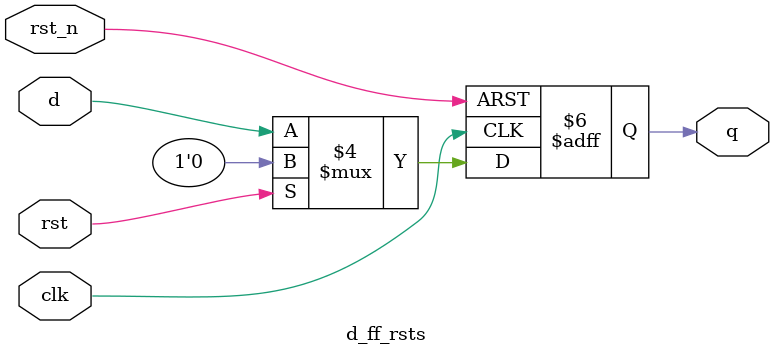
<source format=v>
module d_ff_rsts(input clk,rst,rst_n,d,output reg q);
always@(posedge clk or negedge rst_n)begin
	if(!rst_n)
		q <= 1'b0;
	else if(rst)
		q <= 1'b0;
	else
		q <= d;
end
endmodule

</source>
